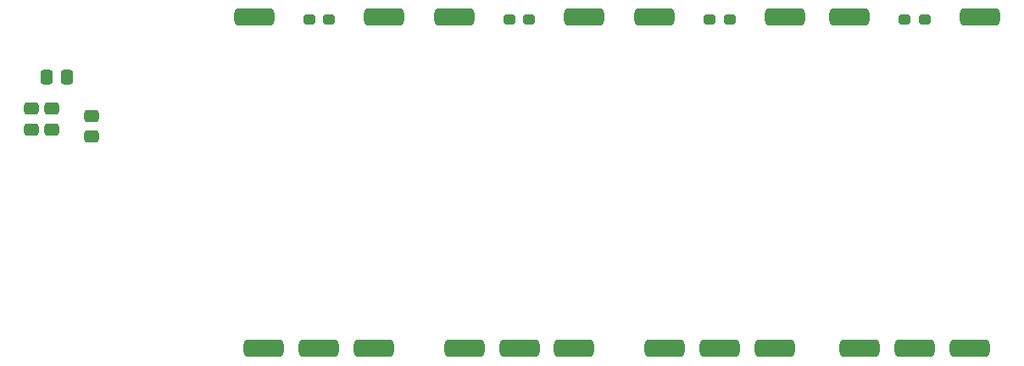
<source format=gbr>
%TF.GenerationSoftware,KiCad,Pcbnew,9.0.0*%
%TF.CreationDate,2025-04-06T17:48:58-04:00*%
%TF.ProjectId,Thruster_Control_Card_COPY,54687275-7374-4657-925f-436f6e74726f,rev?*%
%TF.SameCoordinates,Original*%
%TF.FileFunction,Paste,Bot*%
%TF.FilePolarity,Positive*%
%FSLAX46Y46*%
G04 Gerber Fmt 4.6, Leading zero omitted, Abs format (unit mm)*
G04 Created by KiCad (PCBNEW 9.0.0) date 2025-04-06 17:48:58*
%MOMM*%
%LPD*%
G01*
G04 APERTURE LIST*
G04 Aperture macros list*
%AMRoundRect*
0 Rectangle with rounded corners*
0 $1 Rounding radius*
0 $2 $3 $4 $5 $6 $7 $8 $9 X,Y pos of 4 corners*
0 Add a 4 corners polygon primitive as box body*
4,1,4,$2,$3,$4,$5,$6,$7,$8,$9,$2,$3,0*
0 Add four circle primitives for the rounded corners*
1,1,$1+$1,$2,$3*
1,1,$1+$1,$4,$5*
1,1,$1+$1,$6,$7*
1,1,$1+$1,$8,$9*
0 Add four rect primitives between the rounded corners*
20,1,$1+$1,$2,$3,$4,$5,0*
20,1,$1+$1,$4,$5,$6,$7,0*
20,1,$1+$1,$6,$7,$8,$9,0*
20,1,$1+$1,$8,$9,$2,$3,0*%
G04 Aperture macros list end*
%ADD10RoundRect,0.437500X1.562500X0.437500X-1.562500X0.437500X-1.562500X-0.437500X1.562500X-0.437500X0*%
%ADD11RoundRect,0.250000X0.350000X0.250000X-0.350000X0.250000X-0.350000X-0.250000X0.350000X-0.250000X0*%
%ADD12RoundRect,0.250000X0.475000X-0.337500X0.475000X0.337500X-0.475000X0.337500X-0.475000X-0.337500X0*%
%ADD13RoundRect,0.250000X-0.337500X-0.475000X0.337500X-0.475000X0.337500X0.475000X-0.337500X0.475000X0*%
%ADD14RoundRect,0.250000X-0.475000X0.337500X-0.475000X-0.337500X0.475000X-0.337500X0.475000X0.337500X0*%
G04 APERTURE END LIST*
D10*
%TO.C,U2*%
X206500000Y-54800000D03*
X193500000Y-54800000D03*
X205500000Y-87900000D03*
X200000000Y-87900000D03*
X194500000Y-87900000D03*
D11*
X201000000Y-55050000D03*
X199000000Y-55050000D03*
%TD*%
D12*
%TO.C,100nf*%
X151300000Y-66025000D03*
X151300000Y-63950000D03*
%TD*%
D10*
%TO.C,U1*%
X186500000Y-54800000D03*
X173500000Y-54800000D03*
X185500000Y-87900000D03*
X180000000Y-87900000D03*
X174500000Y-87900000D03*
D11*
X181000000Y-55050000D03*
X179000000Y-55050000D03*
%TD*%
D10*
%TO.C,U4*%
X246000000Y-54800000D03*
X233000000Y-54800000D03*
X245000000Y-87900000D03*
X239500000Y-87900000D03*
X234000000Y-87900000D03*
D11*
X240500000Y-55050000D03*
X238500000Y-55050000D03*
%TD*%
D13*
%TO.C,1uF*%
X152762500Y-60800000D03*
X154837500Y-60800000D03*
%TD*%
D14*
%TO.C,C7*%
X157300000Y-64662500D03*
X157300000Y-66737500D03*
%TD*%
D10*
%TO.C,U3*%
X226500000Y-54800000D03*
X213500000Y-54800000D03*
X225500000Y-87900000D03*
X220000000Y-87900000D03*
X214500000Y-87900000D03*
D11*
X221000000Y-55050000D03*
X219000000Y-55050000D03*
%TD*%
D14*
%TO.C,C6*%
X153300000Y-63950000D03*
X153300000Y-66025000D03*
%TD*%
M02*

</source>
